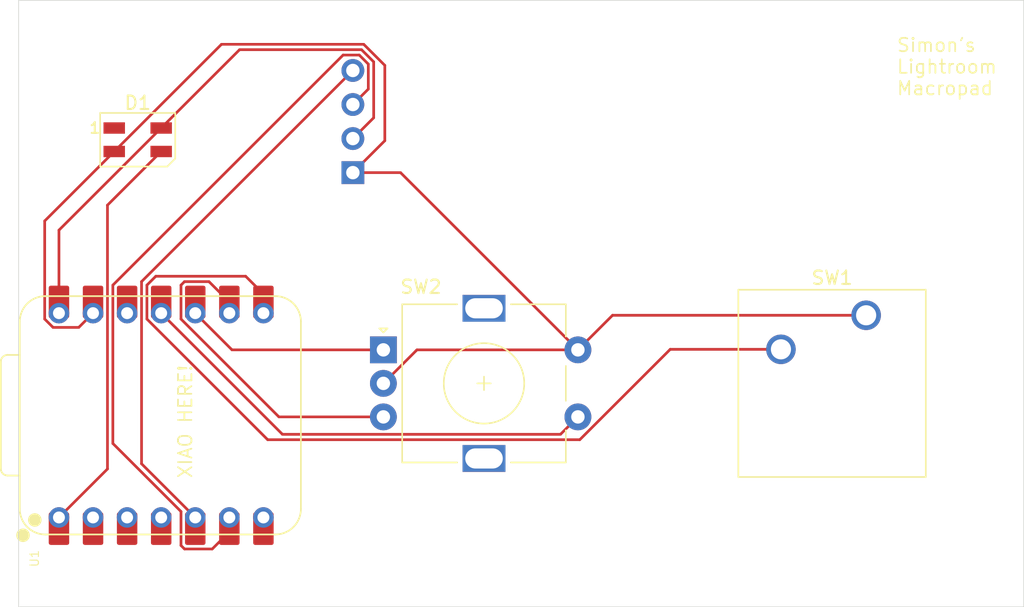
<source format=kicad_pcb>
(kicad_pcb (version 20241229) (generator "pcbnew") (generator_version "9.0")
  (layers (0 "F.Cu" signal) (2 "B.Cu" signal) (13 "F.Paste" user) (15 "B.Paste" user) (5 "F.SilkS" user "F.Silkscreen") (7 "B.SilkS" user "B.Silkscreen") (1 "F.Mask" user) (3 "B.Mask" user) (25 "Edge.Cuts" user))
  (net 0 "")
  (net 1 "Net-(D1-DIN)")
  (net 3 "Net-(J1-SDA)")
  (net 4 "Net-(J1-SCL)")
  (net 5 "GND")
  (net 6 "Net-(U1-GPIO3{slash}MOSI)")
  (net 7 "Net-(U1-GPIO4{slash}MISO)")
  (net 8 "Net-(U1-GPIO2{slash}SCK)")
  (net 9 "Net-(U1-GPIO1{slash}RX)")
  (net 10 "+3.3V")
  (net 13 "+5V")
  (footprint "LED_SMD:LED_SK6812MINI_PLCC4_3.5x3.5mm_P1.75mm" (layer "F.Cu") (at 53.01875 77.075)
    (property "Reference" "D1" (at 0 -2.75 0) (layer "F.SilkS"))
    (property "Value" "SK6812MINI")
    (fp_line (start -2.8 -2) (end -2.8 2) (stroke (width 0.12)) (layer "F.SilkS"))
    (fp_line (start -2.8 -2) (end 2.8 -2) (stroke (width 0.12)) (layer "F.SilkS"))
    (fp_line (start -2.8 2) (end 2.2 2) (stroke (width 0.12)) (layer "F.SilkS"))
    (fp_line (start 2.8 1.4) (end 2.2 2) (stroke (width 0.12)) (layer "F.SilkS"))
    (fp_line (start 2.8 1.4) (end 2.8 -2) (stroke (width 0.12)) (layer "F.SilkS"))
    (fp_text user "1" (at -3.2 -0.875 0) (layer "F.SilkS") (effects (font (size 0.8 0.8))))
    (pad "1" smd rect (at -1.75 -0.875) (size 1.6 0.85) (layers "F.Cu" "F.Mask" "F.Paste"))
    (pad "2" smd rect (at -1.75 0.875) (size 1.6 0.85) (layers "F.Cu" "F.Mask" "F.Paste") (net 5 "GND"))
    (pad "3" smd rect (at 1.75 0.875) (size 1.6 0.85) (layers "F.Cu" "F.Mask" "F.Paste") (net 1 "Net-(D1-DIN)"))
    (pad "4" smd rect (at 1.75 -0.875) (size 1.6 0.85) (layers "F.Cu" "F.Mask" "F.Paste") (net 13 "+5V"))
  )
  (footprint "Button_Switch_Keyboard:SW_Cherry_MX_1.00u_PCB" (layer "F.Cu") (at 107.315 90.17)
    (property "Reference" "SW1" (at -2.54 -2.794 0) (layer "F.SilkS"))
    (property "Value" "SW_Push")
    (fp_line (start -9.525 -1.905) (end 4.445 -1.905) (stroke (width 0.12)) (layer "F.SilkS"))
    (fp_line (start -9.525 12.065) (end -9.525 -1.905) (stroke (width 0.12)) (layer "F.SilkS"))
    (fp_line (start 4.445 -1.905) (end 4.445 12.065) (stroke (width 0.12)) (layer "F.SilkS"))
    (fp_line (start 4.445 12.065) (end -9.525 12.065) (stroke (width 0.12)) (layer "F.SilkS"))
    (pad "" np_thru_hole circle (at -7.62 5.08) (size 1.7 1.7) (drill 1.7) (layers "*.Cu" "*.Mask"))
    (pad "" np_thru_hole circle (at -2.54 5.08) (size 4 4) (drill 4) (layers "*.Cu" "*.Mask"))
    (pad "" np_thru_hole circle (at 2.54 5.08) (size 1.7 1.7) (drill 1.7) (layers "*.Cu" "*.Mask"))
    (pad "1" thru_hole circle (at 0 0) (size 2.2 2.2) (drill 1.5) (layers "*.Cu" "*.Mask") (net 5 "GND"))
    (pad "2" thru_hole circle (at -6.35 2.54) (size 2.2 2.2) (drill 1.5) (layers "*.Cu" "*.Mask") (net 9 "Net-(U1-GPIO1{slash}RX)"))
  )
  (footprint "ScottoKeebs_Components:OLED_128x32" (layer "F.Cu") (at 67.45625 69.7275)
    (property "Reference" "J1" (hide yes))
    (property "Value" "OLED_128x32")
    (pad "1" thru_hole rect (at 1.6 9.8 180) (size 1.7 1.7) (drill 1) (layers "*.Cu" "*.Mask") (net 5 "GND"))
    (pad "2" thru_hole oval (at 1.6 7.26 180) (size 1.7 1.7) (drill 1) (layers "*.Cu" "*.Mask") (net 13 "+5V"))
    (pad "3" thru_hole oval (at 1.6 4.72 180) (size 1.7 1.7) (drill 1) (layers "*.Cu" "*.Mask") (net 4 "Net-(J1-SCL)"))
    (pad "4" thru_hole oval (at 1.6 2.18 180) (size 1.7 1.7) (drill 1) (layers "*.Cu" "*.Mask") (net 3 "Net-(J1-SDA)"))
  )
  (footprint "Rotary_Encoder:RotaryEncoder_Alps_EC11E-Switch_Vertical_H20mm" (layer "F.Cu") (at 71.33125 92.75)
    (property "Reference" "SW2" (at 2.8 -4.7 0) (layer "F.SilkS"))
    (property "Value" "RotaryEncoder_Switch")
    (fp_line (start -0.3 -1.6) (end 0.3 -1.6) (stroke (width 0.12)) (layer "F.SilkS"))
    (fp_line (start 0 -1.3) (end -0.3 -1.6) (stroke (width 0.12)) (layer "F.SilkS"))
    (fp_line (start 0.3 -1.6) (end 0 -1.3) (stroke (width 0.12)) (layer "F.SilkS"))
    (fp_line (start 1.4 -3.4) (end 1.4 8.4) (stroke (width 0.12)) (layer "F.SilkS"))
    (fp_line (start 5.5 -3.4) (end 1.4 -3.4) (stroke (width 0.12)) (layer "F.SilkS"))
    (fp_line (start 5.5 8.4) (end 1.4 8.4) (stroke (width 0.12)) (layer "F.SilkS"))
    (fp_line (start 7 2.5) (end 8 2.5) (stroke (width 0.12)) (layer "F.SilkS"))
    (fp_line (start 7.5 2) (end 7.5 3) (stroke (width 0.12)) (layer "F.SilkS"))
    (fp_line (start 9.5 -3.4) (end 13.6 -3.4) (stroke (width 0.12)) (layer "F.SilkS"))
    (fp_line (start 13.6 -3.4) (end 13.6 -1) (stroke (width 0.12)) (layer "F.SilkS"))
    (fp_line (start 13.6 1.2) (end 13.6 3.8) (stroke (width 0.12)) (layer "F.SilkS"))
    (fp_line (start 13.6 6) (end 13.6 8.4) (stroke (width 0.12)) (layer "F.SilkS"))
    (fp_line (start 13.6 8.4) (end 9.5 8.4) (stroke (width 0.12)) (layer "F.SilkS"))
    (fp_circle (center 7.5 2.5) (end 10.5 2.5) (stroke (width 0.12)) (fill no) (layer "F.SilkS"))
    (pad "A" thru_hole rect (at 0 0) (size 2 2) (drill 1) (layers "*.Cu" "*.Mask") (net 7 "Net-(U1-GPIO4{slash}MISO)"))
    (pad "B" thru_hole circle (at 0 5) (size 2 2) (drill 1) (layers "*.Cu" "*.Mask") (net 8 "Net-(U1-GPIO2{slash}SCK)"))
    (pad "C" thru_hole circle (at 0 2.5) (size 2 2) (drill 1) (layers "*.Cu" "*.Mask") (net 5 "GND"))
    (pad "MP" thru_hole rect (at 7.5 -3.1) (size 3.2 2) (drill oval 2.8 1.5) (layers "*.Cu" "*.Mask"))
    (pad "MP" thru_hole rect (at 7.5 8.1) (size 3.2 2) (drill oval 2.8 1.5) (layers "*.Cu" "*.Mask"))
    (pad "S1" thru_hole circle (at 14.5 5) (size 2 2) (drill 1) (layers "*.Cu" "*.Mask") (net 6 "Net-(U1-GPIO3{slash}MOSI)"))
    (pad "S2" thru_hole circle (at 14.5 0) (size 2 2) (drill 1) (layers "*.Cu" "*.Mask") (net 5 "GND"))
  )
  (footprint "Seeed Studio XIAO Series Library:XIAO-RP2040-DIP" (layer "F.Cu") (at 54.76875 97.63125 90)
    (property "Reference" "U1" (at -10.685363 -9.442428 90) (layer "F.SilkS") (effects (font (size 0.635 0.635) (thickness 0.079375))))
    (property "Value" "XIAO-RP2040-DIP")
    (fp_line (start -3.991272 -11.951) (end 4.004 -11.951) (stroke (width 0.127)) (layer "F.SilkS"))
    (fp_line (start 4.504 -11.451) (end 4.504 -10.541) (stroke (width 0.127)) (layer "F.SilkS"))
    (fp_line (start 6.985 -10.541) (end -6.985 -10.541) (stroke (width 0.1)) (layer "F.SilkS"))
    (fp_line (start 6.985 -10.541) (end -6.985 -10.541) (stroke (width 0.127)) (layer "F.SilkS"))
    (fp_line (start -4.495 -10.541) (end -4.491272 -11.451272) (stroke (width 0.127)) (layer "F.SilkS"))
    (fp_line (start 8.89 8.509) (end 8.89 -8.636) (stroke (width 0.127)) (layer "F.SilkS"))
    (fp_line (start -8.89 8.509) (end -8.89 -8.636) (stroke (width 0.127)) (layer "F.SilkS"))
    (fp_line (start -6.985 10.414) (end 6.985 10.414) (stroke (width 0.127)) (layer "F.SilkS"))
    (fp_arc (start 4.004 -11.951) (mid 4.357553 -11.804553) (end 4.504 -11.451) (stroke (width 0.127)) (layer "F.SilkS"))
    (fp_arc (start -4.491272 -11.451272) (mid -4.344728 -11.80464) (end -3.991272 -11.951) (stroke (width 0.127)) (layer "F.SilkS"))
    (fp_arc (start 6.985 -10.541) (mid 8.332038 -9.983038) (end 8.89 -8.636) (stroke (width 0.127)) (layer "F.SilkS"))
    (fp_arc (start -8.89 -8.636) (mid -8.332038 -9.983038) (end -6.985 -10.541) (stroke (width 0.127)) (layer "F.SilkS"))
    (fp_arc (start 8.89 8.509) (mid 8.332038 9.856038) (end 6.985 10.414) (stroke (width 0.127)) (layer "F.SilkS"))
    (fp_arc (start -6.985 10.414) (mid -8.332038 9.856038) (end -8.89 8.509) (stroke (width 0.127)) (layer "F.SilkS"))
    (fp_circle (center -8.95 -10.3) (end -8.95 -10.554) (stroke (width 0.5)) (fill yes) (layer "F.SilkS"))
    (fp_circle (center -7.807 -9.42) (end -7.807 -9.674) (stroke (width 0.5)) (fill yes) (layer "F.SilkS"))
    (pad "1" smd roundrect (at -8.455 -7.62 270) (size 2.432 1.524) (layers "F.Cu" "F.Mask") (roundrect_rratio 0.1) (net 1 "Net-(D1-DIN)"))
    (pad "1" thru_hole circle (at -7.62 -7.62 270) (size 1.524 1.524) (drill 0.889) (layers "*.Cu" "*.Mask") (net 1 "Net-(D1-DIN)"))
    (pad "2" smd roundrect (at -8.455 -5.08 270) (size 2.432 1.524) (layers "F.Cu" "F.Mask") (roundrect_rratio 0.1))
    (pad "2" thru_hole circle (at -7.62 -5.08 270) (size 1.524 1.524) (drill 0.889) (layers "*.Cu" "*.Mask"))
    (pad "3" smd roundrect (at -8.455 -2.54 270) (size 2.432 1.524) (layers "F.Cu" "F.Mask") (roundrect_rratio 0.1))
    (pad "3" thru_hole circle (at -7.62 -2.54 270) (size 1.524 1.524) (drill 0.889) (layers "*.Cu" "*.Mask"))
    (pad "4" smd roundrect (at -8.455 0 270) (size 2.432 1.524) (layers "F.Cu" "F.Mask") (roundrect_rratio 0.1))
    (pad "4" thru_hole circle (at -7.62 0 270) (size 1.524 1.524) (drill 0.889) (layers "*.Cu" "*.Mask"))
    (pad "5" smd roundrect (at -8.455 2.54 270) (size 2.432 1.524) (layers "F.Cu" "F.Mask") (roundrect_rratio 0.1) (net 3 "Net-(J1-SDA)"))
    (pad "5" thru_hole circle (at -7.62 2.54 270) (size 1.524 1.524) (drill 0.889) (layers "*.Cu" "*.Mask") (net 3 "Net-(J1-SDA)"))
    (pad "6" smd roundrect (at -8.455 5.08 270) (size 2.432 1.524) (layers "F.Cu" "F.Mask") (roundrect_rratio 0.1) (net 4 "Net-(J1-SCL)"))
    (pad "6" thru_hole circle (at -7.62 5.08 270) (size 1.524 1.524) (drill 0.889) (layers "*.Cu" "*.Mask") (net 4 "Net-(J1-SCL)"))
    (pad "7" smd roundrect (at -8.455 7.62 270) (size 2.432 1.524) (layers "F.Cu" "F.Mask") (roundrect_rratio 0.1))
    (pad "7" thru_hole circle (at -7.62 7.62 270) (size 1.524 1.524) (drill 0.889) (layers "*.Cu" "*.Mask"))
    (pad "8" thru_hole circle (at 7.62 7.62 90) (size 1.524 1.524) (drill 0.889) (layers "*.Cu" "*.Mask") (net 9 "Net-(U1-GPIO1{slash}RX)"))
    (pad "8" smd roundrect (at 8.455 7.62 90) (size 2.432 1.524) (layers "F.Cu" "F.Mask") (roundrect_rratio 0.1) (net 9 "Net-(U1-GPIO1{slash}RX)"))
    (pad "9" thru_hole circle (at 7.62 5.08 90) (size 1.524 1.524) (drill 0.889) (layers "*.Cu" "*.Mask") (net 8 "Net-(U1-GPIO2{slash}SCK)"))
    (pad "9" smd roundrect (at 8.455 5.08 90) (size 2.432 1.524) (layers "F.Cu" "F.Mask") (roundrect_rratio 0.1) (net 8 "Net-(U1-GPIO2{slash}SCK)"))
    (pad "10" thru_hole circle (at 7.62 2.54 90) (size 1.524 1.524) (drill 0.889) (layers "*.Cu" "*.Mask") (net 7 "Net-(U1-GPIO4{slash}MISO)"))
    (pad "10" smd roundrect (at 8.455 2.54 90) (size 2.432 1.524) (layers "F.Cu" "F.Mask") (roundrect_rratio 0.1) (net 7 "Net-(U1-GPIO4{slash}MISO)"))
    (pad "11" thru_hole circle (at 7.62 0 90) (size 1.524 1.524) (drill 0.889) (layers "*.Cu" "*.Mask") (net 6 "Net-(U1-GPIO3{slash}MOSI)"))
    (pad "11" smd roundrect (at 8.455 0 90) (size 2.432 1.524) (layers "F.Cu" "F.Mask") (roundrect_rratio 0.1) (net 6 "Net-(U1-GPIO3{slash}MOSI)"))
    (pad "12" thru_hole circle (at 7.62 -2.54 90) (size 1.524 1.524) (drill 0.889) (layers "*.Cu" "*.Mask") (net 10 "+3.3V"))
    (pad "12" smd roundrect (at 8.455 -2.54 90) (size 2.432 1.524) (layers "F.Cu" "F.Mask") (roundrect_rratio 0.1) (net 10 "+3.3V"))
    (pad "13" thru_hole circle (at 7.62 -5.08 90) (size 1.524 1.524) (drill 0.889) (layers "*.Cu" "*.Mask") (net 5 "GND"))
    (pad "13" smd roundrect (at 8.455 -5.08 90) (size 2.432 1.524) (layers "F.Cu" "F.Mask") (roundrect_rratio 0.1) (net 5 "GND"))
    (pad "14" thru_hole circle (at 7.62 -7.62 90) (size 1.524 1.524) (drill 0.889) (layers "*.Cu" "*.Mask") (net 13 "+5V"))
    (pad "14" smd roundrect (at 8.455 -7.62 90) (size 2.432 1.524) (layers "F.Cu" "F.Mask") (roundrect_rratio 0.1) (net 13 "+5V"))
  )
  (gr_rect (start 44.142618 66.675) (end 119.0625 111.91875) (stroke (width 0.05)) (fill no) (layer "Edge.Cuts"))
  (gr_text "XIAO HERE!" (at 57.15 102.39375 90) (layer "F.SilkS") (effects (font (size 1 1) (thickness 0.125)) (justify left bottom)))
  (gr_text "Simon's\nLightroom\nMacropad" (at 109.5375 73.81875 0) (layer "F.SilkS") (effects (font (size 1 1) (thickness 0.125)) (justify left bottom)))
  (segment (start 50.76475 101.63525) (end 47.14875 105.25125) (width 0.2) (layer "F.Cu") (net 1))
  (segment (start 50.76475 81.954) (end 50.76475 101.63525) (width 0.2) (layer "F.Cu") (net 1))
  (segment (start 54.76875 77.95) (end 50.76475 81.954) (width 0.2) (layer "F.Cu") (net 1))
  (segment (start 53.30475 87.659) (end 69.05625 71.9075) (width 0.2) (layer "F.Cu") (net 3))
  (segment (start 57.30875 105.25125) (end 53.30475 101.24725) (width 0.2) (layer "F.Cu") (net 3))
  (segment (start 53.30475 101.24725) (end 53.30475 87.659) (width 0.2) (layer "F.Cu") (net 3))
  (segment (start 59.84875 106.32888) (end 58.57438 107.60325) (width 0.2) (layer "F.Cu") (net 4))
  (segment (start 58.57438 107.60325) (end 56.507124 107.60325) (width 0.2) (layer "F.Cu") (net 4))
  (segment (start 70.20725 73.2965) (end 69.05625 74.4475) (width 0.2) (layer "F.Cu") (net 4))
  (segment (start 56.24575 104.81094) (end 51.16575 99.73094) (width 0.2) (layer "F.Cu") (net 4))
  (segment (start 51.16575 99.73094) (end 51.16575 87.920624) (width 0.2) (layer "F.Cu") (net 4))
  (segment (start 70.20725 71.43074) (end 70.20725 73.2965) (width 0.2) (layer "F.Cu") (net 4))
  (segment (start 51.16575 87.920624) (end 68.329874 70.7565) (width 0.2) (layer "F.Cu") (net 4))
  (segment (start 59.84875 105.25125) (end 59.84875 106.32888) (width 0.2) (layer "F.Cu") (net 4))
  (segment (start 69.53301 70.7565) (end 70.20725 71.43074) (width 0.2) (layer "F.Cu") (net 4))
  (segment (start 56.507124 107.60325) (end 56.24575 107.341876) (width 0.2) (layer "F.Cu") (net 4))
  (segment (start 68.329874 70.7565) (end 69.53301 70.7565) (width 0.2) (layer "F.Cu") (net 4))
  (segment (start 56.24575 107.341876) (end 56.24575 104.81094) (width 0.2) (layer "F.Cu") (net 4))
  (segment (start 59.26425 69.9545) (end 69.86521 69.9545) (width 0.2) (layer "F.Cu") (net 5))
  (segment (start 73.83125 92.75) (end 85.83125 92.75) (width 0.2) (layer "F.Cu") (net 5))
  (segment (start 46.08575 90.45156) (end 46.08575 83.133) (width 0.2) (layer "F.Cu") (net 5))
  (segment (start 73.765625 92.815625) (end 73.83125 92.75) (width 0.2) (layer "F.Cu") (net 5))
  (segment (start 69.05625 79.5275) (end 72.60875 79.5275) (width 0.2) (layer "F.Cu") (net 5))
  (segment (start 46.08575 83.133) (end 51.26875 77.95) (width 0.2) (layer "F.Cu") (net 5))
  (segment (start 51.26875 77.95) (end 59.26425 69.9545) (width 0.2) (layer "F.Cu") (net 5))
  (segment (start 71.33125 95.25) (end 73.765625 92.815625) (width 0.2) (layer "F.Cu") (net 5))
  (segment (start 71.4375 71.52679) (end 71.4375 77.14625) (width 0.2) (layer "F.Cu") (net 5))
  (segment (start 107.315 90.17) (end 88.41125 90.17) (width 0.2) (layer "F.Cu") (net 5))
  (segment (start 46.70844 91.07425) (end 46.08575 90.45156) (width 0.2) (layer "F.Cu") (net 5))
  (segment (start 48.62575 91.07425) (end 46.70844 91.07425) (width 0.2) (layer "F.Cu") (net 5))
  (segment (start 69.86521 69.9545) (end 71.4375 71.52679) (width 0.2) (layer "F.Cu") (net 5))
  (segment (start 72.60875 79.5275) (end 85.83125 92.75) (width 0.2) (layer "F.Cu") (net 5))
  (segment (start 49.68875 90.01125) (end 48.62575 91.07425) (width 0.2) (layer "F.Cu") (net 5))
  (segment (start 88.41125 90.17) (end 85.83125 92.75) (width 0.2) (layer "F.Cu") (net 5))
  (segment (start 71.4375 77.14625) (end 69.05625 79.5275) (width 0.2) (layer "F.Cu") (net 5))
  (segment (start 85.83125 97.75) (end 85.83125 97.7375) (width 0.2) (layer "F.Cu") (net 6))
  (segment (start 54.76875 90.39225) (end 54.76875 89.17625) (width 0.2) (layer "F.Cu") (net 6))
  (segment (start 85.83125 97.75) (end 84.53025 99.051) (width 0.2) (layer "F.Cu") (net 6))
  (segment (start 84.53025 99.051) (end 63.8085 99.051) (width 0.2) (layer "F.Cu") (net 6))
  (segment (start 63.8085 99.051) (end 54.76875 90.01125) (width 0.2) (layer "F.Cu") (net 6))
  (segment (start 85.83125 97.7375) (end 85.725 97.63125) (width 0.2) (layer "F.Cu") (net 6))
  (segment (start 71.33125 92.75) (end 60.0475 92.75) (width 0.2) (layer "F.Cu") (net 7))
  (segment (start 60.0475 92.75) (end 57.30875 90.01125) (width 0.2) (layer "F.Cu") (net 7))
  (segment (start 63.54419 97.75) (end 56.24575 90.45156) (width 0.2) (layer "F.Cu") (net 8))
  (segment (start 56.24575 87.920624) (end 56.507124 87.65925) (width 0.2) (layer "F.Cu") (net 8))
  (segment (start 56.24575 90.45156) (end 56.24575 87.920624) (width 0.2) (layer "F.Cu") (net 8))
  (segment (start 58.33175 87.65925) (end 59.84875 89.17625) (width 0.2) (layer "F.Cu") (net 8))
  (segment (start 71.33125 97.75) (end 63.54419 97.75) (width 0.2) (layer "F.Cu") (net 8))
  (segment (start 59.84875 89.17625) (end 59.84875 90.01125) (width 0.2) (layer "F.Cu") (net 8))
  (segment (start 56.507124 87.65925) (end 58.33175 87.65925) (width 0.2) (layer "F.Cu") (net 8))
  (segment (start 92.711142 92.71) (end 85.969142 99.452) (width 0.2) (layer "F.Cu") (net 9))
  (segment (start 62.38875 88.5825) (end 62.38875 90.01125) (width 0.2) (layer "F.Cu") (net 9))
  (segment (start 85.969142 99.452) (end 62.70619 99.452) (width 0.2) (layer "F.Cu") (net 9))
  (segment (start 61.0645 87.25825) (end 62.38875 88.5825) (width 0.2) (layer "F.Cu") (net 9))
  (segment (start 100.965 92.71) (end 92.711142 92.71) (width 0.2) (layer "F.Cu") (net 9))
  (segment (start 53.70575 87.920624) (end 54.368124 87.25825) (width 0.2) (layer "F.Cu") (net 9))
  (segment (start 53.70575 90.45156) (end 53.70575 87.920624) (width 0.2) (layer "F.Cu") (net 9))
  (segment (start 62.70619 99.452) (end 53.70575 90.45156) (width 0.2) (layer "F.Cu") (net 9))
  (segment (start 54.368124 87.25825) (end 61.0645 87.25825) (width 0.2) (layer "F.Cu") (net 9))
  (segment (start 47.14875 90.01125) (end 47.14875 83.82) (width 0.2) (layer "F.Cu") (net 13))
  (segment (start 69.69911 70.3555) (end 70.60825 71.26464) (width 0.2) (layer "F.Cu") (net 13))
  (segment (start 47.14875 83.82) (end 54.76875 76.2) (width 0.2) (layer "F.Cu") (net 13))
  (segment (start 54.76875 76.2) (end 60.61325 70.3555) (width 0.2) (layer "F.Cu") (net 13))
  (segment (start 70.60825 75.4355) (end 69.05625 76.9875) (width 0.2) (layer "F.Cu") (net 13))
  (segment (start 60.61325 70.3555) (end 69.69911 70.3555) (width 0.2) (layer "F.Cu") (net 13))
  (segment (start 70.60825 71.26464) (end 70.60825 75.4355) (width 0.2) (layer "F.Cu") (net 13))
)
</source>
